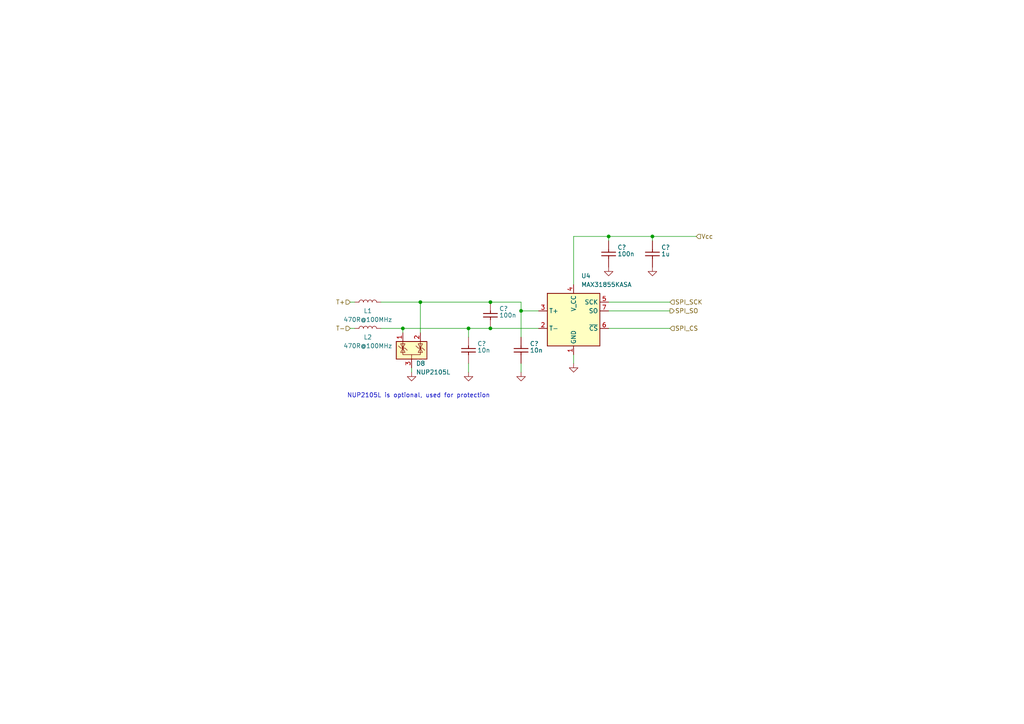
<source format=kicad_sch>
(kicad_sch (version 20231120) (generator "eeschema") (generator_version "8.0")
  (paper "A4")
  (lib_symbols
    (symbol "Device:L" (pin_numbers hide) (pin_names (offset 1.016) hide)
      (property "Reference" "L" (at -1.27 0 90))
      (property "Value" "L" (at 1.905 0 90))
      (symbol "L_0_1"
        (arc (start 0 -2.54) (mid 0.6323 -1.905) (end 0 -1.27))
        (arc (start 0 -1.27) (mid 0.6323 -0.635) (end 0 0))
        (arc (start 0 0) (mid 0.6323 0.635) (end 0 1.27))
        (arc (start 0 1.27) (mid 0.6323 1.905) (end 0 2.54))
      )
      (symbol "L_1_1"
        (pin passive line (at 0 3.81 270) (length 1.27) (name "1") (number "1"))
        (pin passive line (at 0 -3.81 90) (length 1.27) (name "2") (number "2"))
      )
    )
    (symbol "MAX31855KASA_1"
      (property "Reference" "U" (at -7.62 8.89 0))
      (property "Value" "MAX31855KASA" (at 1.27 8.89 0))
      (symbol "MAX31855KASA_1_0_1"
        (rectangle (start -7.62 7.62) (end 7.62 -7.62) (stroke (width 0.254)) (fill (type background)))
      )
      (symbol "MAX31855KASA_1_1_1"
        (pin power_in line (at 0 -10.16 90) (length 2.54) (name "GND") (number "1"))
        (pin passive line (at -10.16 -2.54 0) (length 2.54) (name "T-") (number "2"))
        (pin passive line (at -10.16 2.54 0) (length 2.54) (name "T+") (number "3"))
        (pin power_in line (at 0 10.16 270) (length 2.54) (name "V_CC") (number "4"))
        (pin input line (at 10.16 5.08 180) (length 2.54) (name "SCK") (number "5"))
        (pin input line (at 10.16 -2.54 180) (length 2.54) (name "~{CS}") (number "6"))
        (pin tri_state line (at 10.16 2.54 180) (length 2.54) (name "SO") (number "7"))
      )
    )
    (symbol "Power_Protection:NUP2105L" (pin_names hide)
      (property "Reference" "D" (at 5.715 2.54 0))
      (property "Value" "NUP2105L" (at 5.715 0.635 0))
      (symbol "NUP2105L_0_0"
        (pin passive line (at 0 -5.08 90) (length 2.54) (name "A") (number "3"))
      )
      (symbol "NUP2105L_0_1"
        (rectangle (start -4.445 2.54) (end 4.445 -2.54) (stroke (width 0.254)) (fill (type background)))
        (polyline (pts (xy -2.54 2.54) (xy -2.54 0.635)))
        (polyline (pts (xy 0 -1.27) (xy 0 -2.54)))
        (polyline (pts (xy 2.54 2.54) (xy 2.54 0.635)))
        (polyline (pts (xy -3.81 1.27) (xy -3.175 0.635) (xy -1.905 0.635) (xy -1.27 0)))
        (polyline (pts (xy -2.54 0.635) (xy -2.54 -1.27) (xy 2.54 -1.27) (xy 2.54 0.635)))
        (polyline (pts (xy -2.54 0.635) (xy -1.905 -0.635) (xy -3.175 -0.635) (xy -2.54 0.635)))
        (polyline (pts (xy 2.54 0.635) (xy 1.905 -0.635) (xy 3.175 -0.635) (xy 2.54 0.635)))
        (polyline (pts (xy 2.54 0.635) (xy 3.175 1.905) (xy 1.905 1.905) (xy 2.54 0.635)))
        (polyline (pts (xy -2.54 0.635) (xy -3.175 1.905) (xy -1.905 1.905) (xy -2.54 0.635) (xy -2.54 1.27)))
        (polyline (pts (xy 1.27 1.27) (xy 1.905 0.635) (xy 2.54 0.635) (xy 3.175 0.635) (xy 3.81 0)))
      )
      (symbol "NUP2105L_1_1"
        (pin passive line (at -2.54 5.08 270) (length 2.54) (name "K") (number "1"))
        (pin passive line (at 2.54 5.08 270) (length 2.54) (name "K") (number "2"))
      )
    )
    (symbol "hellen-one-common:Cap" (pin_numbers hide)
      (property "Reference" "C" (at -3.81 2.54 0))
      (property "Value" "Cap" (at -2.54 -1.27 0))
      (symbol "Cap_1_0"
        (polyline (pts (xy -1.27 0) (xy -0.508 0)) (stroke (width 0.254)))
        (polyline (pts (xy -0.508 -2.032) (xy -0.508 2.032)) (stroke (width 0.254)))
        (polyline (pts (xy 0.508 2.032) (xy 0.508 -2.032)) (stroke (width 0.254)))
        (polyline (pts (xy 1.27 0) (xy 0.508 0)) (stroke (width 0.254)))
        (pin passive line (at -3.81 0 0) (length 2.54) (name "") (number "1"))
        (pin passive line (at 3.81 0 180) (length 2.54) (name "") (number "2"))
      )
    )
    (symbol "power:GND" (power) (pin_names (offset 0))
      (property "Value" "GND" (at 0 -3.81 0))
      (symbol "GND_0_1"
        (polyline (pts (xy 0 0) (xy 0 -1.27) (xy 1.27 -1.27) (xy 0 -2.54) (xy -1.27 -1.27) (xy 0 -1.27)))
      )
      (symbol "GND_1_1"
        (pin power_in line (at 0 0 270) (length 0) hide (name "GND") (number "1"))
      )
    )
  )
  (junction (at 176.53 68.58))
  (junction (at 116.84 95.25))
  (junction (at 135.89 95.25))
  (junction (at 121.92 87.63))
  (junction (at 142.24 87.63))
  (junction (at 142.24 95.25))
  (junction (at 189.23 68.58))
  (junction (at 151.13 90.17))
  (wire (pts (xy 166.37 82.55) (xy 166.37 68.58)))
  (wire (pts (xy 119.38 107.95) (xy 119.38 106.68)))
  (wire (pts (xy 142.24 87.63) (xy 151.13 87.63)))
  (wire (pts (xy 166.37 68.58) (xy 176.53 68.58)))
  (wire (pts (xy 121.92 87.63) (xy 121.92 96.52)))
  (wire (pts (xy 189.23 68.58) (xy 189.23 69.85)))
  (wire (pts (xy 151.13 90.17) (xy 151.13 97.79)))
  (wire (pts (xy 176.53 68.58) (xy 176.53 69.85)))
  (wire (pts (xy 135.89 105.41) (xy 135.89 107.95)))
  (wire (pts (xy 121.92 87.63) (xy 142.24 87.63)))
  (wire (pts (xy 110.49 87.63) (xy 121.92 87.63)))
  (wire (pts (xy 151.13 87.63) (xy 151.13 90.17)))
  (wire (pts (xy 176.53 90.17) (xy 194.31 90.17)))
  (wire (pts (xy 189.23 68.58) (xy 201.93 68.58)))
  (wire (pts (xy 116.84 95.25) (xy 135.89 95.25)))
  (wire (pts (xy 151.13 90.17) (xy 156.21 90.17)))
  (wire (pts (xy 166.37 102.87) (xy 166.37 105.41)))
  (wire (pts (xy 176.53 68.58) (xy 189.23 68.58)))
  (wire (pts (xy 151.13 105.41) (xy 151.13 107.95)))
  (wire (pts (xy 176.53 95.25) (xy 194.31 95.25)))
  (wire (pts (xy 116.84 95.25) (xy 116.84 96.52)))
  (wire (pts (xy 135.89 95.25) (xy 142.24 95.25)))
  (wire (pts (xy 142.24 95.25) (xy 156.21 95.25)))
  (wire (pts (xy 135.89 95.25) (xy 135.89 97.79)))
  (wire (pts (xy 110.49 95.25) (xy 116.84 95.25)))
  (wire (pts (xy 101.6 87.63) (xy 102.87 87.63)))
  (wire (pts (xy 101.6 95.25) (xy 102.87 95.25)))
  (wire (pts (xy 176.53 87.63) (xy 194.31 87.63)))
  (text "NUP2105L is optional, used for protection" (at 121.412 114.808 0) (effects (font (size 1.27 1.27))))
  (hierarchical_label "Vcc" (shape input) (at 201.93 68.58 0))
  (hierarchical_label "SPI_SO" (shape output) (at 194.31 90.17 0))
  (hierarchical_label "SPI_SCK" (shape input) (at 194.31 87.63 0))
  (hierarchical_label "SPI_CS" (shape input) (at 194.31 95.25 0))
  (hierarchical_label "T+" (shape input) (at 101.6 87.63 180))
  (hierarchical_label "T-" (shape input) (at 101.6 95.25 180))
  (symbol (lib_id "hellen-one-common:Cap") (at 135.89 101.6 90) (unit 1)
    (property "Reference" "C?" (at 138.43 99.695 90) (effects (justify right)))
    (property "Value" "10n" (at 138.43 101.6 90) (effects (justify right)))
    (property "Footprint" "hellen-one-common:C0603" (effects (hide yes)))
    (property "LCSC" "C57112" (effects (hide yes)))
    (instances (project "hellen-112-17" (path "" (reference "C?") (unit 1))) (project "uaefi" (path "" (reference "C28") (unit 1))))
  )
  (symbol (lib_name "MAX31855KASA_1") (lib_id "Sensor_Temperature:MAX31855KASA") (at 166.37 92.71 0) (unit 1)
    (property "Reference" "U4" (at 168.5641 80.01 0) (effects (justify left)))
    (property "Value" "MAX31855KASA" (at 168.5641 82.55 0) (effects (justify left)))
    (property "Footprint" "Package_SO:SOIC-8_3.9x4.9mm_P1.27mm" (effects (hide yes)))
    (property "Datasheet" "http://datasheets.maximintegrated.com/en/ds/MAX31855.pdf" (effects (hide yes)))
    (property "LCSC" "C52028" (effects (hide yes)))
  )
  (symbol (lib_id "hellen-one-common:Cap") (at 189.23 73.66 90) (unit 1)
    (property "Reference" "C?" (at 191.77 71.755 90) (effects (justify right)))
    (property "Value" "1u" (at 191.77 73.66 90) (effects (justify right)))
    (property "Footprint" "hellen-one-common:C0603" (effects (hide yes)))
    (property "LCSC" "C15849" (effects (hide yes)))
    (instances (project "hellen-112-17" (path "" (reference "C?") (unit 1))) (project "uaefi" (path "" (reference "C32") (unit 1))))
  )
  (symbol (lib_id "hellen-one-common:Cap") (at 151.13 101.6 90) (unit 1)
    (property "Reference" "C?" (at 153.67 99.695 90) (effects (justify right)))
    (property "Value" "10n" (at 153.67 101.6 90) (effects (justify right)))
    (property "Footprint" "hellen-one-common:C0603" (effects (hide yes)))
    (property "LCSC" "C57112" (effects (hide yes)))
    (instances (project "hellen-112-17" (path "" (reference "C?") (unit 1))) (project "uaefi" (path "" (reference "C30") (unit 1))))
  )
  (symbol (lib_id "Power_Protection:NUP2105L") (at 119.38 101.6 0) (unit 1)
    (property "Reference" "D8" (at 120.65 105.41 0) (effects (justify left)))
    (property "Value" "NUP2105L" (at 120.65 107.95 0) (effects (justify left)))
    (property "Footprint" "Package_TO_SOT_SMD:SOT-23" (effects (hide yes)))
    (property "Datasheet" "http://www.onsemi.com/pub_link/Collateral/NUP2105L-D.PDF" (effects (hide yes)))
    (property "LCSC" "C284104" (effects (hide yes)))
  )
  (symbol (lib_id "hellen-one-common:Cap") (at 176.53 73.66 90) (unit 1)
    (property "Reference" "C?" (at 179.07 71.755 90) (effects (justify right)))
    (property "Value" "100n" (at 179.07 73.66 90) (effects (justify right)))
    (property "Footprint" "hellen-one-common:C0603" (effects (hide yes)))
    (property "LCSC" "C14663" (effects (hide yes)))
    (instances (project "hellen-112-17" (path "" (reference "C?") (unit 1))) (project "uaefi" (path "" (reference "C31") (unit 1))))
  )
  (symbol (lib_id "power:GND") (at 176.53 77.47 0) (unit 1)
    (property "Reference" "#PWR0109" (effects (hide yes)))
    (property "Value" "GND" (effects (hide yes)))
  )
  (symbol (lib_id "Device:L") (at 106.68 95.25 90) (unit 1)
    (property "Reference" "L2" (at 106.68 97.79 90))
    (property "Value" "470R@100MHz" (at 106.68 100.33 90))
    (property "Footprint" "Inductor_SMD:L_0603_1608Metric" (effects (hide yes)))
    (property "LCSC" "C97853" (effects (hide yes)))
  )
  (symbol (lib_id "power:GND") (at 189.23 77.47 0) (unit 1)
    (property "Reference" "#PWR0110" (effects (hide yes)))
    (property "Value" "GND" (effects (hide yes)))
  )
  (symbol (lib_id "power:GND") (at 135.89 107.95 0) (unit 1)
    (property "Reference" "#PWR0106" (effects (hide yes)))
    (property "Value" "GND" (effects (hide yes)))
  )
  (symbol (lib_id "power:GND") (at 151.13 107.95 0) (unit 1)
    (property "Reference" "#PWR0107" (effects (hide yes)))
    (property "Value" "GND" (effects (hide yes)))
  )
  (symbol (lib_id "power:GND") (at 166.37 105.41 0) (unit 1)
    (property "Reference" "#PWR0108" (effects (hide yes)))
    (property "Value" "GND" (effects (hide yes)))
  )
  (symbol (lib_id "power:GND") (at 119.38 107.95 0) (unit 1)
    (property "Reference" "#PWR0105" (effects (hide yes)))
    (property "Value" "GND" (effects (hide yes)))
  )
  (symbol (lib_id "hellen-one-common:Cap") (at 142.24 91.44 90) (unit 1)
    (property "Reference" "C?" (at 144.78 89.535 90) (effects (justify right)))
    (property "Value" "100n" (at 144.78 91.44 90) (effects (justify right)))
    (property "Footprint" "hellen-one-common:C0603" (effects (hide yes)))
    (property "LCSC" "C14663" (effects (hide yes)))
    (instances (project "hellen-112-17" (path "" (reference "C?") (unit 1))) (project "uaefi" (path "" (reference "C29") (unit 1))))
  )
  (symbol (lib_id "Device:L") (at 106.68 87.63 90) (unit 1)
    (property "Reference" "L1" (at 106.68 90.17 90))
    (property "Value" "470R@100MHz" (at 106.68 92.71 90))
    (property "Footprint" "Inductor_SMD:L_0603_1608Metric" (effects (hide yes)))
    (property "LCSC" "C97853" (effects (hide yes)))
  )
)
</source>
